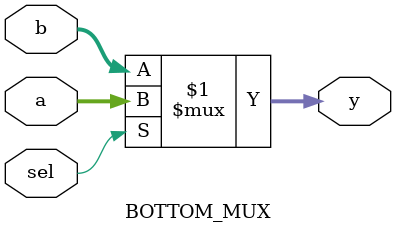
<source format=v>
module BOTTOM_MUX(
    input [4:0] a, b,
    input sel,
    output [4:0] y
    );

    assign y = sel ? a : b;

endmodule

</source>
